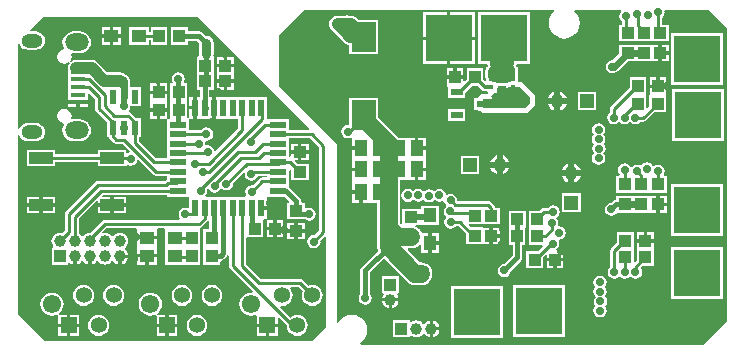
<source format=gtl>
G04*
G04 #@! TF.GenerationSoftware,Altium Limited,Altium Designer,18.1.9 (240)*
G04*
G04 Layer_Physical_Order=1*
G04 Layer_Color=255*
%FSLAX25Y25*%
%MOIN*%
G70*
G01*
G75*
%ADD12C,0.01575*%
%ADD16C,0.01000*%
%ADD17R,0.03937X0.04331*%
%ADD18R,0.04134X0.02362*%
%ADD19R,0.01693X0.01378*%
%ADD20R,0.04331X0.04921*%
%ADD21R,0.02598X0.01378*%
%ADD22R,0.08071X0.09843*%
%ADD23R,0.04331X0.05512*%
%ADD24R,0.04331X0.03937*%
%ADD25R,0.05807X0.02362*%
%ADD26R,0.02362X0.05807*%
%ADD27R,0.15748X0.15748*%
%ADD28R,0.05118X0.01772*%
%ADD29R,0.02362X0.04803*%
%ADD30R,0.04921X0.04331*%
%ADD31R,0.07874X0.03937*%
%ADD32R,0.07874X0.03937*%
%ADD61C,0.05906*%
%ADD62C,0.03937*%
%ADD63C,0.02362*%
%ADD64C,0.01968*%
%ADD65C,0.07874*%
%ADD66C,0.01181*%
%ADD67C,0.03150*%
%ADD68R,0.05347X0.05347*%
%ADD69C,0.05347*%
%ADD70C,0.06102*%
%ADD71R,0.04528X0.04528*%
%ADD72C,0.04528*%
%ADD73R,0.04528X0.04528*%
%ADD74O,0.07874X0.05709*%
%ADD75O,0.07087X0.04528*%
%ADD76C,0.03937*%
%ADD77R,0.03937X0.03937*%
%ADD78R,0.03937X0.03937*%
%ADD79C,0.02756*%
G36*
X239272Y108563D02*
Y11024D01*
X231299Y3051D01*
X117117D01*
X116947Y3551D01*
X117824Y4224D01*
X118644Y5293D01*
X119160Y6538D01*
X119335Y7874D01*
X119160Y9210D01*
X118644Y10455D01*
X117824Y11524D01*
X116754Y12345D01*
X115509Y12860D01*
X114173Y13036D01*
X112837Y12860D01*
X111592Y12345D01*
X110523Y11524D01*
X109703Y10455D01*
X109653Y10337D01*
X109153Y10436D01*
Y70079D01*
X89862Y89370D01*
Y106201D01*
X96161Y112500D01*
X98327Y114665D01*
X181626D01*
X181787Y114192D01*
X181389Y113886D01*
X180569Y112817D01*
X180053Y111572D01*
X179877Y110236D01*
X180053Y108900D01*
X180569Y107655D01*
X181389Y106586D01*
X182458Y105766D01*
X183703Y105250D01*
X185039Y105074D01*
X186375Y105250D01*
X187620Y105766D01*
X188690Y106586D01*
X189510Y107655D01*
X190026Y108900D01*
X190202Y110236D01*
X190026Y111572D01*
X189510Y112817D01*
X188690Y113886D01*
X188292Y114192D01*
X188452Y114665D01*
X203955D01*
X204107Y114165D01*
X203951Y114061D01*
X203472Y113345D01*
X203304Y112500D01*
X203472Y111655D01*
X203951Y110939D01*
X204199Y110773D01*
Y109744D01*
X203346D01*
Y104232D01*
X209252D01*
Y104232D01*
X213976D01*
Y104232D01*
X219882D01*
Y109744D01*
X217553D01*
Y112052D01*
X217801Y112218D01*
X218280Y112935D01*
X218448Y113779D01*
X218371Y114165D01*
X218781Y114665D01*
X233169D01*
X239272Y108563D01*
D02*
G37*
G36*
X75098Y100115D02*
X89173Y85925D01*
X100095Y75003D01*
X99904Y74541D01*
X93360D01*
Y78347D01*
X86475D01*
X85978Y78348D01*
X85976Y78846D01*
Y85730D01*
X68850D01*
Y82039D01*
Y78348D01*
X76396D01*
Y75103D01*
X68819Y67526D01*
X68276Y67690D01*
X68181Y68168D01*
X67703Y68884D01*
X66987Y69363D01*
X66142Y69531D01*
X65751Y69453D01*
X65325Y69878D01*
X65365Y70079D01*
X65260Y70608D01*
X65679Y71034D01*
X65748Y71021D01*
X66593Y71189D01*
X67309Y71667D01*
X67788Y72383D01*
X67956Y73228D01*
X67788Y74073D01*
X67309Y74790D01*
X66593Y75268D01*
X65748Y75436D01*
X64903Y75268D01*
X64187Y74790D01*
X64021Y74541D01*
X59990D01*
Y77849D01*
X59992Y78347D01*
X60489Y78348D01*
X61370D01*
Y81449D01*
X59992D01*
Y78846D01*
X59992Y78796D01*
X59491Y78556D01*
X59252Y78746D01*
Y83681D01*
X59252Y84181D01*
X59252D01*
Y84181D01*
X59252D01*
Y90087D01*
X58449D01*
X58214Y90528D01*
X58388Y90789D01*
X58556Y91634D01*
X58388Y92479D01*
X57910Y93195D01*
X57193Y93674D01*
X56348Y93842D01*
X55503Y93674D01*
X54787Y93195D01*
X54309Y92479D01*
X54141Y91634D01*
X54309Y90789D01*
X54444Y90587D01*
X54177Y90087D01*
X53740D01*
Y84181D01*
X53740D01*
Y84181D01*
X53740D01*
Y78347D01*
X53059D01*
X52608Y78347D01*
X52559Y78826D01*
Y80638D01*
X50394D01*
Y78276D01*
X52108D01*
X52559Y78276D01*
X52608Y77796D01*
Y74410D01*
Y71260D01*
Y68110D01*
Y65092D01*
X48938D01*
X43301Y70729D01*
Y72223D01*
X43957D01*
Y78600D01*
X42319D01*
X40660Y80259D01*
X40234Y80543D01*
X40014Y80587D01*
X39821Y81132D01*
X40158Y81635D01*
X40326Y82480D01*
X40373Y82537D01*
X43957D01*
Y88915D01*
X40255D01*
Y89803D01*
X40211Y90027D01*
X40280Y90551D01*
X40185Y91271D01*
X39907Y91941D01*
X39465Y92517D01*
X38973Y93009D01*
X38398Y93451D01*
X37727Y93728D01*
X37008Y93823D01*
X32746D01*
X29426Y97143D01*
X28850Y97584D01*
X28180Y97862D01*
X27461Y97957D01*
X22441D01*
X21722Y97862D01*
X21051Y97584D01*
X20675Y97296D01*
X20305Y97642D01*
X20591Y98070D01*
X20775Y98992D01*
X20626Y99742D01*
X20897Y100123D01*
X21004Y100196D01*
X21417Y100142D01*
X23583D01*
X24533Y100267D01*
X25419Y100634D01*
X26180Y101218D01*
X26764Y101978D01*
X27131Y102864D01*
X27256Y103815D01*
X27131Y104766D01*
X26764Y105651D01*
X26180Y106412D01*
X25419Y106996D01*
X24533Y107363D01*
X23583Y107488D01*
X21417D01*
X20467Y107363D01*
X19581Y106996D01*
X18820Y106412D01*
X18236Y105651D01*
X17869Y104766D01*
X17744Y103815D01*
X17869Y102864D01*
X18236Y101978D01*
X18310Y101883D01*
X18091Y101346D01*
X17445Y101217D01*
X16663Y100695D01*
X16141Y99914D01*
X15958Y98992D01*
X16141Y98070D01*
X16663Y97289D01*
X17445Y96767D01*
X18366Y96584D01*
X19288Y96767D01*
X19840Y97136D01*
X20186Y96766D01*
X20034Y96567D01*
X19756Y95897D01*
X19736Y95744D01*
X19547D01*
Y92398D01*
Y89839D01*
Y87279D01*
Y84720D01*
Y84425D01*
X22894D01*
X26240D01*
Y86649D01*
X26740Y86856D01*
X28609Y84988D01*
Y81693D01*
X28709Y81191D01*
X28993Y80765D01*
X32539Y77218D01*
Y72223D01*
X33239D01*
X33295Y71939D01*
X33580Y71513D01*
X34662Y70430D01*
X35088Y70146D01*
X35590Y70046D01*
X37744D01*
X40266Y67523D01*
X40102Y66981D01*
X39706Y66902D01*
X39476Y66748D01*
X38976Y67016D01*
Y68012D01*
X29528D01*
Y66568D01*
X15354D01*
Y68012D01*
X5906D01*
Y62500D01*
X15354D01*
Y63943D01*
X29528D01*
Y62500D01*
X38976D01*
Y62709D01*
X39476Y62976D01*
X39706Y62823D01*
X40551Y62654D01*
X41396Y62823D01*
X42112Y63301D01*
X42591Y64017D01*
X42669Y64413D01*
X43212Y64577D01*
X48088Y59702D01*
X48513Y59417D01*
X49016Y59317D01*
X52608D01*
Y58061D01*
X52360Y58012D01*
X51934Y57727D01*
X51720Y57513D01*
X29626D01*
X29124Y57414D01*
X28698Y57129D01*
X19052Y47483D01*
X18768Y47057D01*
X18668Y46555D01*
Y41134D01*
X17667Y40133D01*
X17590Y40165D01*
X16870Y40260D01*
X16151Y40165D01*
X15480Y39888D01*
X14905Y39446D01*
X14463Y38870D01*
X14185Y38200D01*
X14090Y37480D01*
X14185Y36761D01*
X14463Y36090D01*
X14735Y35736D01*
X14488Y35236D01*
X14114D01*
Y29724D01*
X19626D01*
Y30098D01*
X20126Y30345D01*
X20480Y30073D01*
X21151Y29795D01*
X21280Y29778D01*
Y32480D01*
X22461D01*
Y29778D01*
X22590Y29795D01*
X23260Y30073D01*
X23836Y30515D01*
X24060Y30808D01*
X24680D01*
X24905Y30515D01*
X25480Y30073D01*
X26151Y29795D01*
X26280Y29778D01*
Y32480D01*
X27461D01*
Y29778D01*
X27589Y29795D01*
X28260Y30073D01*
X28836Y30515D01*
X29060Y30808D01*
X29680D01*
X29905Y30515D01*
X30480Y30073D01*
X31151Y29795D01*
X31870Y29701D01*
X32590Y29795D01*
X33260Y30073D01*
X33836Y30515D01*
X34060Y30808D01*
X34680D01*
X34905Y30515D01*
X35480Y30073D01*
X36151Y29795D01*
X36279Y29778D01*
Y32480D01*
X36870D01*
Y33071D01*
X39572D01*
X39555Y33200D01*
X39277Y33870D01*
X38836Y34446D01*
X38543Y34671D01*
Y35290D01*
X38836Y35515D01*
X39277Y36090D01*
X39555Y36761D01*
X39650Y37480D01*
X39555Y38200D01*
X39277Y38870D01*
X38836Y39446D01*
X38260Y39888D01*
X37589Y40165D01*
X36870Y40260D01*
X36151Y40165D01*
X35480Y39888D01*
X34905Y39446D01*
X34680Y39153D01*
X34060D01*
X33836Y39446D01*
X33260Y39888D01*
X32590Y40165D01*
X31870Y40260D01*
X31222Y40175D01*
X31088Y40324D01*
X30968Y40627D01*
X32335Y41995D01*
X42259D01*
X42618Y41654D01*
X42618Y41495D01*
Y39291D01*
X45866D01*
X49114D01*
Y41495D01*
X49114Y41654D01*
X49473Y41995D01*
X51511D01*
X51870Y41654D01*
X51870Y41495D01*
Y36130D01*
X51870Y35748D01*
X51870Y35248D01*
Y29724D01*
X63583D01*
Y35130D01*
X63583Y35630D01*
X63583Y36130D01*
Y41524D01*
X63583Y41535D01*
X63586Y42034D01*
X63888Y42094D01*
X64314Y42379D01*
X66038Y44103D01*
X66154Y44277D01*
X66654Y44125D01*
Y41535D01*
X64764D01*
Y36130D01*
X64764Y35630D01*
X64764D01*
Y35630D01*
X64764D01*
Y29724D01*
X70276D01*
Y30647D01*
X70473Y31071D01*
X71087Y31194D01*
X71608Y31542D01*
X72545Y32479D01*
X72545Y32479D01*
X72746Y32781D01*
X73246Y32629D01*
Y29378D01*
X73346Y28876D01*
X73631Y28450D01*
X81263Y20818D01*
X81029Y20344D01*
X80551Y20407D01*
X79549Y20275D01*
X78615Y19888D01*
X77814Y19273D01*
X77198Y18471D01*
X76811Y17537D01*
X76679Y16535D01*
X76811Y15533D01*
X77198Y14600D01*
X77814Y13798D01*
X78615Y13182D01*
X79549Y12796D01*
X80551Y12664D01*
X81553Y12796D01*
X82159Y13047D01*
X82602Y12689D01*
Y10039D01*
X89524D01*
Y11904D01*
X89986Y12095D01*
X92579Y9501D01*
X92572Y9449D01*
X92691Y8545D01*
X93040Y7704D01*
X93595Y6981D01*
X94318Y6426D01*
X95160Y6077D01*
X96063Y5958D01*
X96966Y6077D01*
X97808Y6426D01*
X98531Y6981D01*
X99086Y7704D01*
X99435Y8545D01*
X99554Y9449D01*
X99435Y10352D01*
X99086Y11194D01*
X98531Y11917D01*
X97808Y12472D01*
X96966Y12820D01*
X96063Y12939D01*
X95160Y12820D01*
X94318Y12472D01*
X93754Y12039D01*
X90230Y15564D01*
X90463Y16037D01*
X91063Y15958D01*
X91966Y16077D01*
X92808Y16426D01*
X93531Y16981D01*
X94086Y17704D01*
X94434Y18545D01*
X94554Y19449D01*
X94434Y20352D01*
X94086Y21194D01*
X93614Y21809D01*
X93775Y22309D01*
X96346D01*
X97871Y20785D01*
X97691Y20352D01*
X97572Y19449D01*
X97691Y18545D01*
X98040Y17704D01*
X98595Y16981D01*
X99318Y16426D01*
X100160Y16077D01*
X101063Y15958D01*
X101966Y16077D01*
X102808Y16426D01*
X103531Y16981D01*
X104086Y17704D01*
X104435Y18545D01*
X104553Y19449D01*
X104435Y20352D01*
X104086Y21194D01*
X103531Y21917D01*
X102808Y22472D01*
X101966Y22820D01*
X101063Y22939D01*
X100160Y22820D01*
X99727Y22641D01*
X97818Y24550D01*
X97392Y24835D01*
X96890Y24935D01*
X83847D01*
X79021Y29761D01*
Y38326D01*
X79134Y38780D01*
X84646D01*
Y44685D01*
X85024Y44978D01*
X85448D01*
X85489Y44947D01*
X85827Y44685D01*
X85827Y44478D01*
X85827Y44462D01*
Y42323D01*
X87992D01*
Y44685D01*
X86355D01*
X86314Y44717D01*
X85976Y44978D01*
X85976Y45185D01*
X85976Y45202D01*
Y48079D01*
X84008D01*
Y49260D01*
X85976D01*
Y51863D01*
X85978Y52360D01*
X86475Y52362D01*
X91824D01*
X93330Y50856D01*
X93139Y50394D01*
X92716D01*
Y44882D01*
X96695D01*
X96850Y44851D01*
X98506D01*
X99155Y44417D01*
X100000Y44249D01*
X100845Y44417D01*
X101561Y44896D01*
X102040Y45612D01*
X102208Y46457D01*
X102040Y47302D01*
X101561Y48018D01*
X100845Y48496D01*
X100000Y48665D01*
X99155Y48496D01*
X99063Y48435D01*
X98622Y48671D01*
Y50394D01*
X97567D01*
X97275Y50787D01*
X97153Y51402D01*
X96805Y51923D01*
X96805Y51923D01*
X93360Y55367D01*
Y58661D01*
Y60996D01*
X93860Y61263D01*
X93898Y61238D01*
Y57874D01*
X99803D01*
Y63386D01*
X95951D01*
X95232Y64105D01*
X95423Y64567D01*
X96260D01*
Y66732D01*
X93898D01*
Y65750D01*
X93398Y65419D01*
X93360Y65435D01*
Y68110D01*
Y71916D01*
X100244D01*
X103412Y68748D01*
Y41095D01*
X101868Y39551D01*
X101575Y39609D01*
X100730Y39441D01*
X100014Y38963D01*
X99535Y38247D01*
X99367Y37402D01*
X99535Y36557D01*
X100014Y35840D01*
X100730Y35362D01*
X101575Y35194D01*
X102420Y35362D01*
X103136Y35840D01*
X103614Y36557D01*
X103783Y37402D01*
X103724Y37695D01*
X105050Y39020D01*
X105512Y38829D01*
Y8957D01*
X100886Y4331D01*
X11811D01*
X2854Y13287D01*
X2854Y72836D01*
X3354Y72935D01*
X3595Y72355D01*
X4084Y71718D01*
X4721Y71228D01*
X5463Y70921D01*
X6260Y70816D01*
X8819D01*
X9615Y70921D01*
X10358Y71228D01*
X10995Y71718D01*
X11484Y72355D01*
X11791Y73097D01*
X11896Y73894D01*
X11791Y74690D01*
X11484Y75432D01*
X10995Y76070D01*
X10358Y76559D01*
X9615Y76866D01*
X8819Y76971D01*
X6260D01*
X5463Y76866D01*
X4721Y76559D01*
X4084Y76070D01*
X3595Y75432D01*
X3354Y74852D01*
X2854Y74952D01*
Y103348D01*
X3354Y103447D01*
X3595Y102867D01*
X4084Y102229D01*
X4721Y101740D01*
X5463Y101433D01*
X6260Y101328D01*
X8819D01*
X9615Y101433D01*
X10358Y101740D01*
X10995Y102229D01*
X11484Y102867D01*
X11791Y103609D01*
X11896Y104405D01*
X11791Y105202D01*
X11484Y105944D01*
X10995Y106582D01*
X10358Y107071D01*
X9615Y107378D01*
X8819Y107483D01*
X7250D01*
X7059Y107945D01*
X11417Y112303D01*
X62911Y112303D01*
X75098Y100115D01*
D02*
G37*
G36*
X78587Y60276D02*
X78501Y59842D01*
X78669Y58998D01*
X79147Y58281D01*
X79864Y57803D01*
X80709Y57635D01*
X81554Y57803D01*
X82270Y58281D01*
X82748Y58998D01*
X82812Y59317D01*
X85978D01*
Y58793D01*
X84336D01*
X83833Y58693D01*
X83408Y58408D01*
X81151Y56152D01*
X80858Y56211D01*
X80013Y56042D01*
X79297Y55564D01*
X78819Y54848D01*
X78650Y54003D01*
X78819Y53158D01*
X79018Y52860D01*
X78750Y52360D01*
X65560D01*
X65401Y52860D01*
X65819Y53486D01*
X65987Y54331D01*
X65897Y54784D01*
X66019Y54895D01*
X66031Y54899D01*
X66646Y54788D01*
X66943Y54344D01*
X67659Y53866D01*
X68504Y53698D01*
X69349Y53866D01*
X70065Y54344D01*
X70435Y54898D01*
X70718Y55047D01*
X71046Y55021D01*
X71596Y54653D01*
X72441Y54485D01*
X73286Y54653D01*
X74002Y55132D01*
X74481Y55848D01*
X74649Y56693D01*
X74590Y56986D01*
X78126Y60522D01*
X78587Y60276D01*
D02*
G37*
G36*
X52608Y52362D02*
X59493D01*
X59990Y52360D01*
X59992Y51863D01*
Y48767D01*
X59582Y48485D01*
X59492Y48499D01*
X58661Y48665D01*
X57816Y48496D01*
X57100Y48018D01*
X56622Y47302D01*
X56454Y46457D01*
X56622Y45612D01*
X56950Y45120D01*
X56683Y44620D01*
X31791D01*
X31289Y44520D01*
X30863Y44235D01*
X26886Y40258D01*
X26870Y40260D01*
X26151Y40165D01*
X25480Y39888D01*
X24905Y39446D01*
X24680Y39153D01*
X24060D01*
X23836Y39446D01*
X23260Y39888D01*
X23183Y39920D01*
Y45126D01*
X29066Y51008D01*
X29528Y50817D01*
Y50098D01*
X33661D01*
Y52264D01*
X31134D01*
X30923Y52743D01*
X31144Y53018D01*
X52608D01*
Y52362D01*
D02*
G37*
%LPC*%
G36*
X155118Y113779D02*
X147047D01*
Y105709D01*
X155118D01*
Y113779D01*
D02*
G37*
G36*
X145866D02*
X137795D01*
Y105709D01*
X145866D01*
Y113779D01*
D02*
G37*
G36*
X219882Y103051D02*
X217520D01*
Y100886D01*
X219882D01*
Y103051D01*
D02*
G37*
G36*
X112598Y112838D02*
X111753Y112670D01*
X111682Y112622D01*
X109449D01*
X108729Y112528D01*
X108059Y112250D01*
X107483Y111808D01*
X107042Y111232D01*
X106764Y110562D01*
X106669Y109843D01*
X106764Y109123D01*
X107042Y108453D01*
X107483Y107877D01*
X109845Y105515D01*
X111676Y103684D01*
X112252Y103242D01*
X112922Y102965D01*
X113287Y102917D01*
Y99941D01*
X122933D01*
Y111358D01*
X116333D01*
X115883Y111808D01*
X115307Y112250D01*
X114637Y112528D01*
X113917Y112622D01*
X113514D01*
X113443Y112670D01*
X112598Y112838D01*
D02*
G37*
G36*
X219882Y99705D02*
X217520D01*
Y97539D01*
X219882D01*
Y99705D01*
D02*
G37*
G36*
X214681Y103051D02*
X208776D01*
Y103051D01*
X203346D01*
Y100181D01*
X201033Y97867D01*
X200238Y97709D01*
X199522Y97230D01*
X199043Y96514D01*
X198875Y95669D01*
X199043Y94824D01*
X199522Y94108D01*
X200238Y93630D01*
X201083Y93462D01*
X201928Y93630D01*
X202105Y93748D01*
X202441Y93815D01*
X203093Y94250D01*
X206382Y97539D01*
X209252D01*
Y97539D01*
X213976D01*
Y97539D01*
X216339D01*
Y100295D01*
Y103051D01*
X214681D01*
Y103051D01*
D02*
G37*
G36*
X155118Y104528D02*
X147047D01*
Y96457D01*
X155118D01*
Y104528D01*
D02*
G37*
G36*
X145866D02*
X137795D01*
Y96457D01*
X145866D01*
Y104528D01*
D02*
G37*
G36*
X151378Y95177D02*
X149213D01*
Y92815D01*
X151378D01*
Y95177D01*
D02*
G37*
G36*
X148031D02*
X145866D01*
Y92815D01*
X148031D01*
Y95177D01*
D02*
G37*
G36*
X173622Y113779D02*
X156299D01*
Y96457D01*
X159279D01*
X159446Y96189D01*
X159501Y95957D01*
X159205Y95571D01*
X158996D01*
Y95174D01*
X158831Y94775D01*
X158736Y94055D01*
Y92421D01*
X158831Y91702D01*
X158996Y91303D01*
Y91184D01*
X158534Y90992D01*
X158071Y91455D01*
Y95177D01*
X152559D01*
Y91455D01*
X151840Y90736D01*
X151378Y90928D01*
Y91634D01*
X148622D01*
X145866D01*
Y89272D01*
X146260Y89075D01*
Y85138D01*
X151969D01*
Y86891D01*
X154349Y89272D01*
X156281D01*
X157570Y87983D01*
X158025Y87678D01*
X158563Y87571D01*
X158996D01*
Y87500D01*
X159301D01*
X159467Y87000D01*
X159186Y86579D01*
X159180Y86547D01*
X157776D01*
X157161Y86424D01*
X156640Y86076D01*
X156292Y85555D01*
X156248Y85335D01*
X154921D01*
Y81398D01*
X156248D01*
X156292Y81177D01*
X156640Y80656D01*
X157161Y80308D01*
X157776Y80186D01*
X160842D01*
X160843Y80186D01*
X171949Y80186D01*
X171949Y80186D01*
X172563Y80308D01*
X173084Y80656D01*
X173084Y80656D01*
X174856Y82428D01*
X175204Y82948D01*
X175326Y83563D01*
X175326Y83563D01*
Y85532D01*
X175204Y86146D01*
X174856Y86667D01*
X174856Y86667D01*
X171436Y90087D01*
X170915Y90435D01*
X170300Y90557D01*
X170104Y90518D01*
X169626Y90805D01*
Y95571D01*
X169246D01*
X168984Y95973D01*
X169121Y96457D01*
X173622D01*
Y113779D01*
D02*
G37*
G36*
X219094Y92106D02*
X216929D01*
Y89744D01*
X219094D01*
Y92106D01*
D02*
G37*
G36*
X215748D02*
X213583D01*
Y89744D01*
X215748D01*
Y92106D01*
D02*
G37*
G36*
X237819Y106988D02*
X220496D01*
Y89665D01*
X237819D01*
Y106988D01*
D02*
G37*
G36*
X183661Y87377D02*
Y85236D01*
X185802D01*
X185528Y85898D01*
X185005Y86580D01*
X184323Y87103D01*
X183661Y87377D01*
D02*
G37*
G36*
X181693Y87377D02*
X181031Y87103D01*
X180349Y86580D01*
X179826Y85898D01*
X179552Y85236D01*
X181693D01*
Y87377D01*
D02*
G37*
G36*
X195571Y87303D02*
X189469D01*
Y81201D01*
X195571D01*
Y87303D01*
D02*
G37*
G36*
X181693Y83268D02*
X179552D01*
X179826Y82606D01*
X180349Y81924D01*
X181031Y81401D01*
X181693Y81127D01*
Y83268D01*
D02*
G37*
G36*
X185802D02*
X183661D01*
Y81127D01*
X184323Y81401D01*
X185005Y81924D01*
X185528Y82606D01*
X185802Y83268D01*
D02*
G37*
G36*
X151969Y81595D02*
X146260D01*
Y77658D01*
X151969D01*
Y81595D01*
D02*
G37*
G36*
X212402Y92106D02*
X206890D01*
Y88667D01*
X200647Y82424D01*
X200362Y81998D01*
X200262Y81496D01*
Y80369D01*
X200014Y80203D01*
X199535Y79487D01*
X199367Y78642D01*
X199535Y77797D01*
X200014Y77081D01*
X200730Y76602D01*
X201575Y76434D01*
X202420Y76602D01*
X203136Y77081D01*
X203557D01*
X204273Y76602D01*
X205118Y76434D01*
X205963Y76602D01*
X206679Y77081D01*
X207100D01*
X207817Y76602D01*
X208661Y76434D01*
X209506Y76602D01*
X210223Y77081D01*
X210389Y77329D01*
X211417D01*
X211920Y77429D01*
X212346Y77714D01*
X215045Y80413D01*
X218898D01*
Y86201D01*
X219094D01*
Y88563D01*
X216339D01*
X213583D01*
Y86319D01*
X213386D01*
Y82467D01*
X212667Y81747D01*
X212205Y81939D01*
Y86201D01*
X212402D01*
Y92106D01*
D02*
G37*
G36*
X238189Y88189D02*
X220866D01*
Y70866D01*
X238189D01*
Y88189D01*
D02*
G37*
G36*
X136417Y72047D02*
Y69095D01*
X138779D01*
Y72047D01*
X136417D01*
D02*
G37*
G36*
X164469Y66117D02*
Y63976D01*
X166609D01*
X166335Y64638D01*
X165812Y65320D01*
X165130Y65843D01*
X164469Y66117D01*
D02*
G37*
G36*
X162500D02*
X161838Y65843D01*
X161156Y65320D01*
X160633Y64638D01*
X160359Y63976D01*
X162500D01*
Y66117D01*
D02*
G37*
G36*
X196457Y76912D02*
X195612Y76744D01*
X194896Y76266D01*
X194417Y75550D01*
X194249Y74705D01*
X194417Y73860D01*
X194896Y73144D01*
Y73116D01*
X194417Y72400D01*
X194249Y71555D01*
X194417Y70710D01*
X194896Y69994D01*
X195001Y69924D01*
X194551Y69250D01*
X194383Y68405D01*
X194551Y67561D01*
X195001Y66887D01*
X194896Y66817D01*
X194417Y66101D01*
X194249Y65256D01*
X194417Y64411D01*
X194896Y63695D01*
X195612Y63216D01*
X196457Y63048D01*
X197302Y63216D01*
X198018Y63695D01*
X198496Y64411D01*
X198664Y65256D01*
X198496Y66101D01*
X198047Y66774D01*
X198152Y66844D01*
X198630Y67561D01*
X198798Y68405D01*
X198630Y69250D01*
X198152Y69967D01*
X198047Y70037D01*
X198496Y70710D01*
X198664Y71555D01*
X198496Y72400D01*
X198018Y73116D01*
Y73144D01*
X198496Y73860D01*
X198664Y74705D01*
X198496Y75550D01*
X198018Y76266D01*
X197302Y76744D01*
X196457Y76912D01*
D02*
G37*
G36*
X212614Y63822D02*
X211769Y63654D01*
X211053Y63175D01*
X210585Y62475D01*
X209998Y62866D01*
X209154Y63034D01*
X208309Y62866D01*
X207592Y62388D01*
X207568Y62351D01*
X206967D01*
X206679Y62782D01*
X205963Y63260D01*
X205118Y63428D01*
X204273Y63260D01*
X203557Y62782D01*
X203078Y62065D01*
X202910Y61221D01*
X203078Y60376D01*
X203495Y59752D01*
X203388Y59416D01*
X203274Y59252D01*
X202264D01*
Y53740D01*
X213287D01*
Y53740D01*
X219193D01*
Y59252D01*
X218393D01*
X218126Y59752D01*
X218280Y59982D01*
X218448Y60827D01*
X218280Y61672D01*
X217801Y62388D01*
X217085Y62866D01*
X216240Y63034D01*
X215395Y62866D01*
X215079Y62655D01*
X214654Y62459D01*
X214438Y62782D01*
X214175Y63175D01*
X213459Y63654D01*
X212614Y63822D01*
D02*
G37*
G36*
X188386Y63361D02*
Y61221D01*
X190527D01*
X190252Y61882D01*
X189729Y62564D01*
X189048Y63087D01*
X188386Y63361D01*
D02*
G37*
G36*
X186417Y63361D02*
X185756Y63087D01*
X185074Y62564D01*
X184551Y61882D01*
X184277Y61221D01*
X186417D01*
Y63361D01*
D02*
G37*
G36*
X156693Y66043D02*
X150591D01*
Y59941D01*
X156693D01*
Y66043D01*
D02*
G37*
G36*
X166609Y62008D02*
X164469D01*
Y59867D01*
X165130Y60141D01*
X165812Y60664D01*
X166335Y61346D01*
X166609Y62008D01*
D02*
G37*
G36*
X162500D02*
X160359D01*
X160633Y61346D01*
X161156Y60664D01*
X161838Y60141D01*
X162500Y59867D01*
Y62008D01*
D02*
G37*
G36*
X138779Y60827D02*
X136417D01*
Y57874D01*
X138779D01*
Y60827D01*
D02*
G37*
G36*
X122933Y85374D02*
X113287D01*
Y76581D01*
X112922Y76281D01*
X112077Y76113D01*
X111361Y75634D01*
X110883Y74918D01*
X110714Y74073D01*
X110883Y73228D01*
X111361Y72512D01*
X112077Y72034D01*
X112922Y71865D01*
X113767Y72034D01*
X113902Y72123D01*
X114370Y71835D01*
X114370Y71679D01*
Y69095D01*
X117323D01*
Y67913D01*
X114370D01*
Y65461D01*
X114370Y64961D01*
X114370Y64461D01*
Y62008D01*
X117323D01*
Y60827D01*
X114370D01*
Y57980D01*
X114370Y57874D01*
Y57480D01*
X114370Y57374D01*
Y54527D01*
X117323D01*
Y53937D01*
X117913D01*
Y50394D01*
X119776D01*
X120276Y50394D01*
X120776Y50394D01*
X122704D01*
Y41831D01*
Y35630D01*
X122833Y34654D01*
X122949Y34373D01*
X117565Y28990D01*
X117217Y28469D01*
X117095Y27854D01*
X117095Y27854D01*
Y19998D01*
X116661Y19349D01*
X116493Y18504D01*
X116661Y17659D01*
X117140Y16943D01*
X117856Y16464D01*
X118701Y16296D01*
X119546Y16464D01*
X120262Y16943D01*
X120740Y17659D01*
X120909Y18504D01*
X120740Y19349D01*
X120306Y19998D01*
Y27189D01*
X124944Y31827D01*
X132766Y24006D01*
X133547Y23406D01*
X134457Y23029D01*
X135433Y22901D01*
X137303D01*
X138279Y23029D01*
X139189Y23406D01*
X139971Y24006D01*
X140570Y24787D01*
X140947Y25697D01*
X141076Y26673D01*
X140947Y27650D01*
X140876Y27821D01*
X140721Y28601D01*
X140242Y29317D01*
X139526Y29796D01*
X139326Y29835D01*
X139189Y29940D01*
X138279Y30317D01*
X137303Y30446D01*
X136996D01*
X132798Y34644D01*
X132989Y35105D01*
X133957D01*
X134933Y35234D01*
X135843Y35611D01*
X136433Y36064D01*
X136909Y36122D01*
Y36122D01*
X137402Y36103D01*
Y33661D01*
X139764D01*
Y36909D01*
Y40157D01*
X137475D01*
X137224Y40764D01*
X136909Y41174D01*
Y41634D01*
X136509D01*
X135843Y42145D01*
X135433Y42315D01*
X135532Y42815D01*
X136909D01*
Y42894D01*
X137402Y42913D01*
Y42913D01*
X143307D01*
Y49409D01*
X137402D01*
Y48346D01*
X136909Y48327D01*
Y48327D01*
X131004D01*
Y43558D01*
X130508Y43335D01*
X130249Y43536D01*
Y53937D01*
Y57874D01*
X132874Y57874D01*
X133374Y57874D01*
X135236D01*
Y61417D01*
X135827D01*
Y62008D01*
X138779D01*
Y64461D01*
X138779Y64961D01*
X138779Y65461D01*
Y67913D01*
X135827D01*
Y68504D01*
X135236D01*
Y72047D01*
X133374D01*
X132874Y72047D01*
X132374Y72047D01*
X129605D01*
X129144Y72648D01*
X122933Y78859D01*
Y85374D01*
D02*
G37*
G36*
X186417Y59252D02*
X184277D01*
X184551Y58590D01*
X185074Y57908D01*
X185756Y57385D01*
X186417Y57111D01*
Y59252D01*
D02*
G37*
G36*
X190527D02*
X188386D01*
Y57111D01*
X189048Y57385D01*
X189729Y57908D01*
X190252Y58590D01*
X190527Y59252D01*
D02*
G37*
G36*
X143405Y55019D02*
X142561Y54851D01*
X141844Y54372D01*
X141742Y54219D01*
X141502D01*
X140786Y54697D01*
X139941Y54865D01*
X139096Y54697D01*
X138532Y54320D01*
X137978Y54372D01*
X137262Y54851D01*
X136417Y55019D01*
X135572Y54851D01*
X135023Y54484D01*
X134534Y54317D01*
X133817Y54796D01*
X132972Y54964D01*
X132128Y54796D01*
X131411Y54317D01*
X130933Y53601D01*
X130765Y52756D01*
X130933Y51911D01*
X131411Y51195D01*
X132128Y50716D01*
X132972Y50548D01*
X133817Y50716D01*
X134366Y51083D01*
X134856Y51250D01*
X135572Y50771D01*
X136417Y50603D01*
X137262Y50771D01*
X137826Y51148D01*
X138380Y51096D01*
X139096Y50618D01*
X139941Y50450D01*
X140786Y50618D01*
X141502Y51096D01*
X141605Y51250D01*
X141844D01*
X142561Y50771D01*
X143405Y50603D01*
X144250Y50771D01*
X144503Y50940D01*
X145059Y50710D01*
X145133Y50336D01*
X145579Y49669D01*
X145635Y49496D01*
Y49105D01*
X145493Y49010D01*
X145015Y48294D01*
X144847Y47449D01*
X145015Y46604D01*
X145440Y45967D01*
X145491Y45800D01*
X145478Y45297D01*
X145113Y44751D01*
X144945Y43906D01*
X145113Y43061D01*
X145592Y42345D01*
X146308Y41866D01*
X147153Y41698D01*
X147998Y41866D01*
X148714Y42345D01*
X148880Y42593D01*
X149661D01*
X152165Y40089D01*
Y36614D01*
X157677D01*
Y36417D01*
X160039D01*
Y39173D01*
Y41929D01*
X158071D01*
Y42126D01*
X153841D01*
X153122Y42845D01*
X153313Y43307D01*
X157677D01*
Y43110D01*
X163583D01*
Y48622D01*
X161923D01*
X161843Y49026D01*
X161558Y49452D01*
X160475Y50534D01*
X160050Y50819D01*
X159547Y50919D01*
X149596D01*
X149381Y51181D01*
X149213Y52026D01*
X148734Y52742D01*
X148018Y53221D01*
X147173Y53389D01*
X146328Y53221D01*
X146075Y53052D01*
X145520Y53282D01*
X145445Y53656D01*
X144967Y54372D01*
X144250Y54851D01*
X143405Y55019D01*
D02*
G37*
G36*
X116732Y53346D02*
X114370D01*
Y50394D01*
X116732D01*
Y53346D01*
D02*
G37*
G36*
X219193Y52559D02*
X216831D01*
Y50394D01*
X219193D01*
Y52559D01*
D02*
G37*
G36*
X190453Y53445D02*
X184350D01*
Y47343D01*
X190453D01*
Y53445D01*
D02*
G37*
G36*
X219193Y49213D02*
X216831D01*
Y47047D01*
X219193D01*
Y49213D01*
D02*
G37*
G36*
X213681Y52559D02*
X202264D01*
Y51389D01*
X201748Y51287D01*
X201227Y50938D01*
X201227Y50938D01*
X200610Y50322D01*
X199844Y50170D01*
X199128Y49691D01*
X198649Y48975D01*
X198481Y48130D01*
X198649Y47285D01*
X199128Y46569D01*
X199844Y46090D01*
X200689Y45922D01*
X201534Y46090D01*
X202250Y46569D01*
X202570Y47047D01*
X213287D01*
Y47047D01*
X215650D01*
Y49803D01*
Y52559D01*
X213681D01*
Y52559D01*
D02*
G37*
G36*
X163583Y41929D02*
X161221D01*
Y39764D01*
X163583D01*
Y41929D01*
D02*
G37*
G36*
X237795Y56595D02*
X220472D01*
Y39272D01*
X237795D01*
Y56595D01*
D02*
G37*
G36*
X214862Y40551D02*
X212697D01*
Y38189D01*
X214862D01*
Y40551D01*
D02*
G37*
G36*
X211516D02*
X209350D01*
Y38189D01*
X211516D01*
Y40551D01*
D02*
G37*
G36*
X143307Y40157D02*
X140945D01*
Y37500D01*
X143307D01*
Y40157D01*
D02*
G37*
G36*
X163583Y38583D02*
X161221D01*
Y36417D01*
X163583D01*
Y38583D01*
D02*
G37*
G36*
X143307Y36319D02*
X140945D01*
Y33661D01*
X143307D01*
Y36319D01*
D02*
G37*
G36*
X181398Y49452D02*
X180553Y49284D01*
X179836Y48805D01*
X179671Y48557D01*
X178347D01*
X177844Y48457D01*
X177418Y48172D01*
X176982Y47736D01*
X173327D01*
Y42224D01*
X173228D01*
Y36319D01*
X177609D01*
X177800Y35857D01*
X176293Y34350D01*
X172441D01*
Y28445D01*
X177953D01*
Y32297D01*
X178672Y33016D01*
X179134Y32825D01*
Y31988D01*
X181890D01*
X184646D01*
Y34350D01*
X182463D01*
X182311Y34850D01*
X182762Y35151D01*
X183240Y35868D01*
X183409Y36713D01*
X183240Y37558D01*
X183221Y37586D01*
X183485Y38091D01*
X184113Y38216D01*
X184829Y38695D01*
X185307Y39411D01*
X185476Y40256D01*
X185307Y41101D01*
X184829Y41817D01*
X184113Y42296D01*
X183268Y42464D01*
X183098Y42430D01*
X182820Y42846D01*
X182827Y42856D01*
X182995Y43701D01*
X182827Y44546D01*
X182349Y45262D01*
Y45275D01*
X182959Y45683D01*
X183437Y46399D01*
X183605Y47244D01*
X183437Y48089D01*
X182959Y48805D01*
X182243Y49284D01*
X181398Y49452D01*
D02*
G37*
G36*
X184646Y30807D02*
X182480D01*
Y28445D01*
X184646D01*
Y30807D01*
D02*
G37*
G36*
X181299D02*
X179134D01*
Y28445D01*
X181299D01*
Y30807D01*
D02*
G37*
G36*
X172146Y47736D02*
X166634D01*
Y42224D01*
X166535D01*
Y36319D01*
X167784D01*
Y32752D01*
X164980Y29948D01*
X164214Y29796D01*
X163498Y29317D01*
X163019Y28601D01*
X162851Y27756D01*
X163019Y26911D01*
X163498Y26195D01*
X164214Y25716D01*
X165059Y25548D01*
X165904Y25716D01*
X166620Y26195D01*
X167099Y26911D01*
X167251Y27677D01*
X170525Y30951D01*
X170525Y30951D01*
X170873Y31472D01*
X170995Y32087D01*
Y36319D01*
X172047D01*
Y41831D01*
X172146D01*
Y47736D01*
D02*
G37*
G36*
X208169Y40551D02*
X202658D01*
Y37141D01*
X200745Y35229D01*
X200461Y34803D01*
X200361Y34301D01*
Y28940D01*
X200112Y28774D01*
X199634Y28058D01*
X199466Y27213D01*
X199634Y26368D01*
X200112Y25651D01*
X200828Y25173D01*
X201673Y25005D01*
X202518Y25173D01*
X203234Y25651D01*
X203655D01*
X204372Y25173D01*
X205217Y25005D01*
X206061Y25173D01*
X206778Y25651D01*
X207199D01*
X207915Y25173D01*
X208760Y25005D01*
X209605Y25173D01*
X210321Y25651D01*
X210800Y26368D01*
X210968Y27213D01*
X210800Y28058D01*
X210453Y28577D01*
X211010Y29134D01*
X214862D01*
Y34646D01*
Y37008D01*
X212106D01*
X209350D01*
Y34646D01*
Y31187D01*
X208631Y30468D01*
X208169Y30659D01*
Y34646D01*
Y40551D01*
D02*
G37*
G36*
X129823Y25768D02*
X124311D01*
Y20256D01*
X124685D01*
X124932Y19756D01*
X124660Y19402D01*
X124382Y18731D01*
X124365Y18602D01*
X127067D01*
X129769D01*
X129752Y18731D01*
X129474Y19402D01*
X129202Y19756D01*
X129449Y20256D01*
X129823D01*
Y25768D01*
D02*
G37*
G36*
X237894Y35433D02*
X220571D01*
Y18110D01*
X237894D01*
Y35433D01*
D02*
G37*
G36*
X126476Y17421D02*
X124365D01*
X124382Y17292D01*
X124660Y16622D01*
X125101Y16046D01*
X125677Y15605D01*
X126347Y15327D01*
X126476Y15310D01*
Y17421D01*
D02*
G37*
G36*
X129769D02*
X127657D01*
Y15310D01*
X127786Y15327D01*
X128457Y15605D01*
X129033Y16046D01*
X129474Y16622D01*
X129752Y17292D01*
X129769Y17421D01*
D02*
G37*
G36*
X196949Y26027D02*
X196104Y25859D01*
X195388Y25380D01*
X194909Y24664D01*
X194741Y23819D01*
X194909Y22974D01*
X195388Y22258D01*
Y22230D01*
X194909Y21514D01*
X194741Y20669D01*
X194909Y19824D01*
X195388Y19108D01*
X195493Y19038D01*
X195043Y18365D01*
X194875Y17520D01*
X195043Y16675D01*
X195493Y16002D01*
X195388Y15931D01*
X194909Y15215D01*
X194741Y14370D01*
X194909Y13525D01*
X195388Y12809D01*
X196104Y12330D01*
X196949Y12162D01*
X197794Y12330D01*
X198510Y12809D01*
X198988Y13525D01*
X199157Y14370D01*
X198988Y15215D01*
X198539Y15888D01*
X198644Y15958D01*
X199122Y16675D01*
X199291Y17520D01*
X199122Y18365D01*
X198644Y19081D01*
X198539Y19151D01*
X198988Y19824D01*
X199157Y20669D01*
X198988Y21514D01*
X198510Y22230D01*
Y22258D01*
X198988Y22974D01*
X199157Y23819D01*
X198988Y24664D01*
X198510Y25380D01*
X197794Y25859D01*
X196949Y26027D01*
D02*
G37*
G36*
X135728Y11146D02*
X135009Y11051D01*
X134338Y10773D01*
X133984Y10502D01*
X133484Y10748D01*
Y11122D01*
X127972D01*
Y5610D01*
X133484D01*
Y5984D01*
X133984Y6231D01*
X134338Y5959D01*
X135009Y5681D01*
X135728Y5587D01*
X136448Y5681D01*
X137118Y5959D01*
X137694Y6401D01*
X137919Y6694D01*
X138538D01*
X138763Y6401D01*
X139339Y5959D01*
X140009Y5681D01*
X140138Y5664D01*
Y8366D01*
Y11068D01*
X140009Y11051D01*
X139339Y10773D01*
X138763Y10332D01*
X138538Y10039D01*
X137919D01*
X137694Y10332D01*
X137118Y10773D01*
X136448Y11051D01*
X135728Y11146D01*
D02*
G37*
G36*
X141319Y11068D02*
Y8957D01*
X143430D01*
X143413Y9086D01*
X143136Y9756D01*
X142694Y10332D01*
X142118Y10773D01*
X141448Y11051D01*
X141319Y11068D01*
D02*
G37*
G36*
X143430Y7776D02*
X141319D01*
Y5664D01*
X141448Y5681D01*
X142118Y5959D01*
X142694Y6401D01*
X143136Y6976D01*
X143413Y7647D01*
X143430Y7776D01*
D02*
G37*
G36*
X185409Y22835D02*
X168087D01*
Y5512D01*
X185409D01*
Y22835D01*
D02*
G37*
G36*
X164469Y22638D02*
X147146D01*
Y5315D01*
X164469D01*
Y22638D01*
D02*
G37*
%LPD*%
G36*
X169567Y87287D02*
X169839D01*
Y88760D01*
X170300Y88951D01*
X173721Y85532D01*
Y83563D01*
X171949Y81791D01*
X160843Y81791D01*
Y81791D01*
X157776D01*
Y84941D01*
X160843D01*
Y85547D01*
X160843D01*
X160670Y85965D01*
X161650Y86945D01*
X162012Y86795D01*
Y86795D01*
X162736D01*
Y88484D01*
X165886D01*
Y86795D01*
X166417D01*
Y88976D01*
X169567D01*
Y87287D01*
D02*
G37*
%LPC*%
G36*
X52756Y108858D02*
X47244D01*
Y107218D01*
X46555D01*
Y108858D01*
X40059D01*
Y102953D01*
X46555D01*
Y104593D01*
X47244D01*
Y102953D01*
X52756D01*
Y108858D01*
D02*
G37*
G36*
X37303D02*
X34646D01*
Y106496D01*
X37303D01*
Y108858D01*
D02*
G37*
G36*
X33465D02*
X30807D01*
Y106496D01*
X33465D01*
Y108858D01*
D02*
G37*
G36*
X37303Y105315D02*
X34646D01*
Y102953D01*
X37303D01*
Y105315D01*
D02*
G37*
G36*
X33465D02*
X30807D01*
Y102953D01*
X33465D01*
Y105315D01*
D02*
G37*
G36*
X74803Y99016D02*
X72638D01*
Y96653D01*
X74803D01*
Y99016D01*
D02*
G37*
G36*
X71457D02*
X69291D01*
Y96653D01*
X71457D01*
Y99016D01*
D02*
G37*
G36*
X74803Y95473D02*
X72047D01*
X69291D01*
Y93110D01*
Y91535D01*
X72047D01*
X74803D01*
Y93110D01*
Y95473D01*
D02*
G37*
G36*
Y90354D02*
X72638D01*
Y87992D01*
X74803D01*
Y90354D01*
D02*
G37*
G36*
X71457D02*
X69291D01*
Y87992D01*
X71457D01*
Y90354D01*
D02*
G37*
G36*
X52559Y90087D02*
X50394D01*
Y87724D01*
X52559D01*
Y90087D01*
D02*
G37*
G36*
X49213D02*
X47047D01*
Y87724D01*
X49213D01*
Y90087D01*
D02*
G37*
G36*
X61370Y85730D02*
X59992D01*
Y82630D01*
X61370D01*
Y85730D01*
D02*
G37*
G36*
X26240Y83244D02*
X23484D01*
Y82161D01*
X26240D01*
Y83244D01*
D02*
G37*
G36*
X22303D02*
X19547D01*
Y82161D01*
X22303D01*
Y83244D01*
D02*
G37*
G36*
X52559Y86543D02*
X47047D01*
Y84681D01*
X47047Y84181D01*
X47047Y83681D01*
Y81819D01*
X52559D01*
Y83681D01*
X52559Y84181D01*
X52559Y84681D01*
Y86543D01*
D02*
G37*
G36*
X59449Y108858D02*
X53937D01*
Y102953D01*
X59449D01*
Y104300D01*
X62721D01*
X63362Y103658D01*
X63340Y103543D01*
Y100000D01*
X63436Y99516D01*
X63025Y99016D01*
X62598D01*
Y93110D01*
Y87992D01*
X63505D01*
Y85730D01*
X62551D01*
Y82039D01*
Y78348D01*
X67669D01*
Y82039D01*
Y85730D01*
X66716D01*
Y87992D01*
X68110D01*
Y93110D01*
Y99016D01*
X68110Y99016D01*
X68110D01*
X68060Y99516D01*
X68156Y100000D01*
Y103543D01*
X67973Y104465D01*
X67451Y105246D01*
X66670Y105769D01*
X65748Y105952D01*
X65633Y105929D01*
X64521Y107041D01*
X64000Y107389D01*
X63386Y107511D01*
X63386Y107511D01*
X59449D01*
Y108858D01*
D02*
G37*
G36*
X49213Y80638D02*
X47047D01*
Y78276D01*
X49213D01*
Y80638D01*
D02*
G37*
G36*
X18366Y81716D02*
X17445Y81532D01*
X16663Y81010D01*
X16141Y80229D01*
X15958Y79307D01*
X16141Y78385D01*
X16663Y77604D01*
X17445Y77082D01*
X18091Y76953D01*
X18310Y76416D01*
X18236Y76321D01*
X17869Y75435D01*
X17744Y74484D01*
X17869Y73534D01*
X18236Y72648D01*
X18820Y71887D01*
X19581Y71303D01*
X20467Y70936D01*
X21417Y70811D01*
X23583D01*
X24533Y70936D01*
X25419Y71303D01*
X26180Y71887D01*
X26764Y72648D01*
X27131Y73534D01*
X27256Y74484D01*
X27131Y75435D01*
X26764Y76321D01*
X26180Y77082D01*
X25419Y77665D01*
X24533Y78032D01*
X23583Y78157D01*
X21417D01*
X21004Y78103D01*
X20897Y78176D01*
X20626Y78557D01*
X20775Y79307D01*
X20591Y80229D01*
X20069Y81010D01*
X19288Y81532D01*
X18366Y81716D01*
D02*
G37*
G36*
X99803Y70079D02*
X97441D01*
Y67913D01*
X99803D01*
Y70079D01*
D02*
G37*
G36*
X96260D02*
X93898D01*
Y67913D01*
X96260D01*
Y70079D01*
D02*
G37*
G36*
X99803Y66732D02*
X97441D01*
Y64567D01*
X99803D01*
Y66732D01*
D02*
G37*
G36*
X15354Y52264D02*
X11220D01*
Y50098D01*
X15354D01*
Y52264D01*
D02*
G37*
G36*
X10039D02*
X5906D01*
Y50098D01*
X10039D01*
Y52264D01*
D02*
G37*
G36*
X15354Y48917D02*
X11220D01*
Y46752D01*
X15354D01*
Y48917D01*
D02*
G37*
G36*
X10039D02*
X5906D01*
Y46752D01*
X10039D01*
Y48917D01*
D02*
G37*
G36*
X91339Y44685D02*
X89173D01*
Y42323D01*
X91339D01*
Y44685D01*
D02*
G37*
G36*
X98622Y43701D02*
X96260D01*
Y41535D01*
X98622D01*
Y43701D01*
D02*
G37*
G36*
X95079D02*
X92716D01*
Y41535D01*
X95079D01*
Y43701D01*
D02*
G37*
G36*
X91339Y41142D02*
X89173D01*
Y38780D01*
X91339D01*
Y41142D01*
D02*
G37*
G36*
X87992D02*
X85827D01*
Y38780D01*
X87992D01*
Y41142D01*
D02*
G37*
G36*
X98622Y40354D02*
X96260D01*
Y38189D01*
X98622D01*
Y40354D01*
D02*
G37*
G36*
X95079D02*
X92716D01*
Y38189D01*
X95079D01*
Y40354D01*
D02*
G37*
G36*
X49114Y38110D02*
X45866D01*
X42618D01*
Y36130D01*
X42618Y35748D01*
X42618Y35248D01*
Y33268D01*
X45866D01*
X49114D01*
Y35248D01*
X49114Y35630D01*
X49114Y36130D01*
Y38110D01*
D02*
G37*
G36*
X39572Y31890D02*
X37461D01*
Y29778D01*
X37589Y29795D01*
X38260Y30073D01*
X38836Y30515D01*
X39277Y31091D01*
X39555Y31761D01*
X39572Y31890D01*
D02*
G37*
G36*
X49114Y32087D02*
X46457D01*
Y29724D01*
X49114D01*
Y32087D01*
D02*
G37*
G36*
X45276D02*
X42618D01*
Y29724D01*
X45276D01*
Y32087D01*
D02*
G37*
G36*
X67598Y22939D02*
X66695Y22820D01*
X65853Y22472D01*
X65130Y21917D01*
X64576Y21194D01*
X64227Y20352D01*
X64108Y19449D01*
X64227Y18545D01*
X64576Y17704D01*
X65130Y16981D01*
X65853Y16426D01*
X66695Y16077D01*
X67598Y15958D01*
X68502Y16077D01*
X69344Y16426D01*
X70067Y16981D01*
X70621Y17704D01*
X70970Y18545D01*
X71089Y19449D01*
X70970Y20352D01*
X70621Y21194D01*
X70067Y21917D01*
X69344Y22472D01*
X68502Y22820D01*
X67598Y22939D01*
D02*
G37*
G36*
X57598D02*
X56695Y22820D01*
X55853Y22472D01*
X55130Y21917D01*
X54576Y21194D01*
X54227Y20352D01*
X54108Y19449D01*
X54227Y18545D01*
X54576Y17704D01*
X55130Y16981D01*
X55853Y16426D01*
X56695Y16077D01*
X57598Y15958D01*
X58502Y16077D01*
X59344Y16426D01*
X60067Y16981D01*
X60621Y17704D01*
X60970Y18545D01*
X61089Y19449D01*
X60970Y20352D01*
X60621Y21194D01*
X60067Y21917D01*
X59344Y22472D01*
X58502Y22820D01*
X57598Y22939D01*
D02*
G37*
G36*
X34803D02*
X33900Y22820D01*
X33058Y22472D01*
X32335Y21917D01*
X31780Y21194D01*
X31432Y20352D01*
X31313Y19449D01*
X31432Y18545D01*
X31780Y17704D01*
X32335Y16981D01*
X33058Y16426D01*
X33900Y16077D01*
X34803Y15958D01*
X35707Y16077D01*
X36548Y16426D01*
X37271Y16981D01*
X37826Y17704D01*
X38175Y18545D01*
X38294Y19449D01*
X38175Y20352D01*
X37826Y21194D01*
X37271Y21917D01*
X36548Y22472D01*
X35707Y22820D01*
X34803Y22939D01*
D02*
G37*
G36*
X24803D02*
X23900Y22820D01*
X23058Y22472D01*
X22335Y21917D01*
X21780Y21194D01*
X21432Y20352D01*
X21313Y19449D01*
X21432Y18545D01*
X21780Y17704D01*
X22335Y16981D01*
X23058Y16426D01*
X23900Y16077D01*
X24803Y15958D01*
X25707Y16077D01*
X26548Y16426D01*
X27271Y16981D01*
X27826Y17704D01*
X28175Y18545D01*
X28294Y19449D01*
X28175Y20352D01*
X27826Y21194D01*
X27271Y21917D01*
X26548Y22472D01*
X25707Y22820D01*
X24803Y22939D01*
D02*
G37*
G36*
X53189Y12910D02*
Y10039D01*
X56059D01*
Y12910D01*
X53189D01*
D02*
G37*
G36*
X47087Y20407D02*
X46084Y20275D01*
X45151Y19888D01*
X44349Y19273D01*
X43734Y18471D01*
X43347Y17537D01*
X43215Y16535D01*
X43347Y15533D01*
X43734Y14600D01*
X44349Y13798D01*
X45151Y13182D01*
X46084Y12796D01*
X47087Y12664D01*
X48089Y12796D01*
X48570Y12995D01*
X48996Y12803D01*
X48996Y12803D01*
X48996Y12803D01*
D01*
X49138Y12689D01*
X49138Y12555D01*
Y10039D01*
X52008D01*
Y12910D01*
X49547D01*
X49544Y12910D01*
X49544D01*
X49488Y12910D01*
X49423Y13101D01*
X49423Y13101D01*
Y13102D01*
D01*
X49537Y13577D01*
X49824Y13798D01*
X50440Y14600D01*
X50826Y15533D01*
X50958Y16535D01*
X50826Y17537D01*
X50440Y18471D01*
X49824Y19273D01*
X49022Y19888D01*
X48089Y20275D01*
X47087Y20407D01*
D02*
G37*
G36*
X20394Y12910D02*
Y10039D01*
X23264D01*
Y12910D01*
X20394D01*
D02*
G37*
G36*
X14291Y20407D02*
X13289Y20275D01*
X12355Y19888D01*
X11554Y19273D01*
X10938Y18471D01*
X10552Y17537D01*
X10420Y16535D01*
X10552Y15533D01*
X10938Y14600D01*
X11554Y13798D01*
X12355Y13182D01*
X13289Y12796D01*
X14291Y12664D01*
X15293Y12796D01*
X15775Y12995D01*
X16201Y12803D01*
X16201Y12803D01*
X16201Y12803D01*
D01*
X16342Y12689D01*
X16342Y12555D01*
Y10039D01*
X19213D01*
Y12910D01*
X16751D01*
X16748Y12910D01*
X16748D01*
X16693Y12910D01*
X16628Y13101D01*
X16628Y13101D01*
Y13102D01*
D01*
X16741Y13577D01*
X17029Y13798D01*
X17644Y14600D01*
X18031Y15533D01*
X18163Y16535D01*
X18031Y17537D01*
X17644Y18471D01*
X17029Y19273D01*
X16227Y19888D01*
X15293Y20275D01*
X14291Y20407D01*
D02*
G37*
G36*
X89524Y8858D02*
X86654D01*
Y5988D01*
X89524D01*
Y8858D01*
D02*
G37*
G36*
X85472D02*
X82602D01*
Y5988D01*
X85472D01*
Y8858D01*
D02*
G37*
G36*
X56059D02*
X53189D01*
Y5988D01*
X56059D01*
Y8858D01*
D02*
G37*
G36*
X52008D02*
X49138D01*
Y5988D01*
X52008D01*
Y8858D01*
D02*
G37*
G36*
X23264D02*
X20394D01*
Y5988D01*
X23264D01*
Y8858D01*
D02*
G37*
G36*
X19213D02*
X16342D01*
Y5988D01*
X19213D01*
Y8858D01*
D02*
G37*
G36*
X62598Y12939D02*
X61695Y12820D01*
X60853Y12472D01*
X60130Y11917D01*
X59576Y11194D01*
X59227Y10352D01*
X59108Y9449D01*
X59227Y8545D01*
X59576Y7704D01*
X60130Y6981D01*
X60853Y6426D01*
X61695Y6077D01*
X62598Y5958D01*
X63502Y6077D01*
X64344Y6426D01*
X65067Y6981D01*
X65621Y7704D01*
X65970Y8545D01*
X66089Y9449D01*
X65970Y10352D01*
X65621Y11194D01*
X65067Y11917D01*
X64344Y12472D01*
X63502Y12820D01*
X62598Y12939D01*
D02*
G37*
G36*
X29803D02*
X28900Y12820D01*
X28058Y12472D01*
X27335Y11917D01*
X26780Y11194D01*
X26432Y10352D01*
X26313Y9449D01*
X26432Y8545D01*
X26780Y7704D01*
X27335Y6981D01*
X28058Y6426D01*
X28900Y6077D01*
X29803Y5958D01*
X30707Y6077D01*
X31548Y6426D01*
X32271Y6981D01*
X32826Y7704D01*
X33175Y8545D01*
X33294Y9449D01*
X33175Y10352D01*
X32826Y11194D01*
X32271Y11917D01*
X31548Y12472D01*
X30707Y12820D01*
X29803Y12939D01*
D02*
G37*
G36*
X38976Y52264D02*
X34843D01*
Y50098D01*
X38976D01*
Y52264D01*
D02*
G37*
G36*
Y48917D02*
X34843D01*
Y46752D01*
X38976D01*
Y48917D01*
D02*
G37*
G36*
X33661D02*
X29528D01*
Y46752D01*
X33661D01*
Y48917D01*
D02*
G37*
%LPD*%
D12*
X169390Y32087D02*
Y44783D01*
X56299Y76378D02*
Y91831D01*
X67520Y32677D02*
X70472D01*
X118701Y18504D02*
Y27854D01*
X126476Y35630D01*
X96850Y46457D02*
X100000D01*
X202362Y49803D02*
X205217D01*
X200689Y48130D02*
X202362Y49803D01*
X165059Y27756D02*
X169390Y32087D01*
X95669Y47638D02*
Y50787D01*
X92126Y54331D02*
X95669Y50787D01*
X89669Y54331D02*
X92126D01*
X95669Y47638D02*
X96850Y46457D01*
X70472Y32677D02*
X71409Y33614D01*
Y48669D01*
X68260Y40402D02*
Y48669D01*
X65748Y91339D02*
Y100000D01*
X80858Y42764D02*
X81890Y41732D01*
X80858Y42764D02*
Y48669D01*
X65110Y82039D02*
Y90701D01*
Y82039D02*
X65504D01*
X63386Y105905D02*
X65748Y103543D01*
X56693Y105905D02*
X63386D01*
X65110Y90701D02*
X65354Y90945D01*
X65748Y91339D01*
D16*
X77709Y29217D02*
X83304Y23622D01*
X96890D01*
X77709Y29217D02*
Y48669D01*
X31791Y82539D02*
X35000Y79331D01*
X31791Y82539D02*
Y86189D01*
X39732Y79331D02*
X41626Y77437D01*
X35000Y79331D02*
X39732D01*
X26469Y91512D02*
X31791Y86189D01*
X16723Y37333D02*
X17559Y36496D01*
X29626Y56201D02*
X52264D01*
X19980Y46555D02*
X29626Y56201D01*
X19980Y40591D02*
Y46555D01*
X30531Y54331D02*
X56299D01*
X21870Y45669D02*
X30531Y54331D01*
X21870Y37480D02*
Y45669D01*
X16870Y37480D02*
X19980Y40591D01*
X16723Y37333D02*
X16870Y37480D01*
X52264Y56201D02*
X52862Y56799D01*
X55618D01*
X56299Y57480D01*
X180512Y36713D02*
X181201D01*
X205118Y78642D02*
Y79429D01*
X201575Y78642D02*
Y81496D01*
X79134Y63386D02*
X90063D01*
X22894Y91512D02*
X26469D01*
X29921Y81693D02*
Y85532D01*
X26500Y88953D02*
X29921Y85532D01*
X22894Y88953D02*
X26500D01*
X41626Y75411D02*
Y77437D01*
X41988Y70185D02*
X48394Y63779D01*
X41988Y70185D02*
Y75411D01*
X38287Y71358D02*
X49016Y60630D01*
X35590Y71358D02*
X38287D01*
X34508Y75411D02*
Y77106D01*
X29921Y81693D02*
X34508Y77106D01*
X104724Y40551D02*
Y69291D01*
X101575Y37402D02*
X104724Y40551D01*
X100787Y73228D02*
X104724Y69291D01*
X34252Y65256D02*
X40157D01*
X10630D02*
X34252D01*
X40157D02*
X40551Y64862D01*
X34508Y72441D02*
X35590Y71358D01*
X48394Y63779D02*
X56299D01*
X49016Y60630D02*
X56299D01*
X26870Y38386D02*
X31791Y43307D01*
X63386D01*
X65110Y45031D01*
X80709Y59842D02*
X81496Y60630D01*
X80315Y59449D02*
X80709Y59842D01*
X72441Y56693D02*
X79134Y63386D01*
X68504Y56525D02*
X77333Y65354D01*
X68504Y55905D02*
Y56525D01*
X77333Y65354D02*
X83220D01*
X81496Y60630D02*
X89669D01*
X209752Y109343D02*
Y112845D01*
X209252Y113345D02*
X209752Y112845D01*
Y109343D02*
X211728Y107366D01*
Y106988D02*
Y107366D01*
X216240Y107936D02*
Y113779D01*
X216240Y107936D02*
X216240Y107936D01*
X216240Y107936D02*
X217058Y107117D01*
X216929Y106988D02*
X217058Y107117D01*
X216929Y106988D02*
X216929Y106988D01*
X209154Y60827D02*
X210728Y59252D01*
X216240Y56496D02*
Y60827D01*
X118110Y78937D02*
Y79665D01*
X113247Y74073D02*
X118110Y78937D01*
X112922Y74073D02*
X113247D01*
X160630Y45866D02*
Y48524D01*
X159547Y49606D02*
X160630Y48524D01*
X148748Y49606D02*
X159547D01*
X154741Y39370D02*
X155118D01*
X150205Y43906D02*
X154741Y39370D01*
X147456Y47047D02*
X154134D01*
X147054Y47449D02*
X147456Y47047D01*
X147153Y43906D02*
X150205D01*
X147173Y51181D02*
X148748Y49606D01*
X154134Y47047D02*
X155118Y46063D01*
X43307Y105905D02*
X50000D01*
X34508Y72441D02*
Y75411D01*
X41988D02*
X42213Y75187D01*
X209232Y89153D02*
X209646D01*
X201575Y81496D02*
X209232Y89153D01*
X204971Y37598D02*
X205413D01*
X201673Y27213D02*
Y34301D01*
X204971Y37598D01*
X175197Y31398D02*
X180512Y36713D01*
X74559Y29378D02*
Y48669D01*
Y29378D02*
X93701Y10236D01*
X180787Y41319D02*
Y43701D01*
X178740Y39272D02*
X180787Y41319D01*
X175984Y39272D02*
X178740D01*
X178347Y47244D02*
X181299D01*
X176083Y44980D02*
X178347Y47244D01*
X205512Y107776D02*
X206299Y106988D01*
X205512Y107776D02*
Y112500D01*
X210728Y56496D02*
Y59252D01*
X205118Y56595D02*
X205217Y56496D01*
X205118Y56595D02*
Y61221D01*
X211417Y78642D02*
X216142Y83366D01*
X208661Y78642D02*
X211417D01*
X208465Y82776D02*
Y83760D01*
X205118Y79429D02*
X208465Y82776D01*
X61811Y46457D02*
X62205Y46850D01*
X58661Y46457D02*
X61811D01*
X80858Y54003D02*
X84336Y57480D01*
X89669D01*
X83220Y65354D02*
X84795Y66929D01*
X81890Y67323D02*
X84646Y70079D01*
X76152Y67323D02*
X81890D01*
X63470Y54641D02*
X76152Y67323D01*
X85433Y76378D02*
X89669D01*
X80709Y71653D02*
X85433Y76378D01*
X80709Y70473D02*
Y71653D01*
X66535Y60630D02*
X84252Y78347D01*
X64567Y60630D02*
X66535D01*
X84252Y78347D02*
Y81795D01*
X84646Y70079D02*
X89669D01*
X66535Y63386D02*
X77709Y74559D01*
X61961Y63386D02*
X66535D01*
X84795Y66929D02*
X89669D01*
X65748D02*
X66142Y67323D01*
X56299Y66929D02*
X65748D01*
X56299Y70079D02*
X63158D01*
X56299Y70079D02*
X56299Y70079D01*
X56299Y73228D02*
X65748D01*
X89669D02*
X100787D01*
X95276Y61024D02*
Y62205D01*
X93701Y63779D02*
X95276Y62205D01*
X89669Y63779D02*
X93701D01*
X77709Y74559D02*
Y82039D01*
X89669Y63779D02*
X90063Y63386D01*
X93701Y10236D02*
X95669D01*
X96890Y23622D02*
X101063Y19449D01*
X208760Y28740D02*
X212106Y32087D01*
X208760Y27213D02*
Y28740D01*
X205217Y31890D02*
X205413Y32087D01*
X205217Y27213D02*
Y31890D01*
X74197Y48307D02*
X74559Y48669D01*
X84008Y82039D02*
X84252Y81795D01*
X56102Y32382D02*
X60532D01*
X56988Y38976D02*
X57382Y38583D01*
X61417D01*
X65110Y45031D02*
Y48669D01*
D17*
X155315Y92224D02*
D03*
X148622D02*
D03*
X216142Y83366D02*
D03*
X209449D02*
D03*
X216339Y89153D02*
D03*
X209646D02*
D03*
X169291Y39272D02*
D03*
X175984D02*
D03*
X169390Y44783D02*
D03*
X176083D02*
D03*
X175197Y31398D02*
D03*
X181890D02*
D03*
X205413Y32087D02*
D03*
X212106D02*
D03*
X205413Y37598D02*
D03*
X212106D02*
D03*
X65354Y96063D02*
D03*
X72047D02*
D03*
X65354Y90945D02*
D03*
X72047D02*
D03*
X56496Y81228D02*
D03*
X49803D02*
D03*
X56496Y87134D02*
D03*
X49803D02*
D03*
X56693Y105905D02*
D03*
X50000D02*
D03*
X67520Y38583D02*
D03*
X60827D02*
D03*
X67520Y32677D02*
D03*
X60827D02*
D03*
X81890Y41732D02*
D03*
X88583D02*
D03*
D18*
X157776Y83366D02*
D03*
X149114Y79626D02*
D03*
Y87106D02*
D03*
D19*
X160630Y94095D02*
D03*
Y91535D02*
D03*
Y88976D02*
D03*
X167992D02*
D03*
Y91535D02*
D03*
Y94095D02*
D03*
D20*
X164311Y92658D02*
D03*
X140354Y36909D02*
D03*
Y46161D02*
D03*
D21*
X164311Y88484D02*
D03*
D22*
X118110Y79665D02*
D03*
Y105650D02*
D03*
D23*
X129921Y61417D02*
D03*
X135827D02*
D03*
X123228Y53937D02*
D03*
X117323D02*
D03*
X123228Y61417D02*
D03*
X117323D02*
D03*
X129921Y68504D02*
D03*
X135827D02*
D03*
X123228D02*
D03*
X117323D02*
D03*
D24*
X96850Y60630D02*
D03*
Y67323D02*
D03*
X155118Y39370D02*
D03*
Y46063D02*
D03*
X133957Y45571D02*
D03*
Y38878D02*
D03*
X160630Y45866D02*
D03*
Y39173D02*
D03*
X210728Y49803D02*
D03*
Y56496D02*
D03*
X205217Y49803D02*
D03*
Y56496D02*
D03*
X216240Y56496D02*
D03*
Y49803D02*
D03*
X211728Y100295D02*
D03*
Y106988D02*
D03*
X206299Y100295D02*
D03*
Y106988D02*
D03*
X216929D02*
D03*
Y100295D02*
D03*
X95669Y47638D02*
D03*
Y40945D02*
D03*
D25*
X89669Y54331D02*
D03*
Y57480D02*
D03*
Y60630D02*
D03*
Y63779D02*
D03*
Y66929D02*
D03*
Y70079D02*
D03*
Y73228D02*
D03*
Y76378D02*
D03*
X56299D02*
D03*
Y73228D02*
D03*
Y70079D02*
D03*
Y66929D02*
D03*
Y63779D02*
D03*
Y60630D02*
D03*
Y57480D02*
D03*
Y54331D02*
D03*
D26*
X84008Y82039D02*
D03*
X80858D02*
D03*
X77709D02*
D03*
X74559D02*
D03*
X71409D02*
D03*
X68260D02*
D03*
X65110D02*
D03*
X61961D02*
D03*
Y48669D02*
D03*
X65110D02*
D03*
X68260D02*
D03*
X71409D02*
D03*
X74559D02*
D03*
X77709D02*
D03*
X80858D02*
D03*
X84008D02*
D03*
D27*
X176748Y14173D02*
D03*
X155807Y13976D02*
D03*
X229134Y47933D02*
D03*
X229232Y26772D02*
D03*
X229157Y98327D02*
D03*
X229528Y79528D02*
D03*
X164961Y105118D02*
D03*
X146457Y105118D02*
D03*
D28*
X22894Y94071D02*
D03*
Y91512D02*
D03*
Y88953D02*
D03*
Y86394D02*
D03*
Y83835D02*
D03*
D29*
X34508Y75411D02*
D03*
X38248D02*
D03*
X41988D02*
D03*
Y85726D02*
D03*
X38248D02*
D03*
X34508D02*
D03*
D30*
X43307Y105905D02*
D03*
X34055D02*
D03*
X55118Y38701D02*
D03*
X45866D02*
D03*
X55118Y32677D02*
D03*
X45866D02*
D03*
D31*
X10630Y65256D02*
D03*
X34252D02*
D03*
D32*
X10630Y49508D02*
D03*
X34252D02*
D03*
D61*
X126476Y68504D02*
Y69980D01*
X118110Y78347D02*
X126476Y69980D01*
Y41831D02*
Y53937D01*
Y68504D01*
X135433Y26673D02*
X137303D01*
X126476Y35630D02*
X135433Y26673D01*
X126476Y35630D02*
Y41831D01*
X118110Y78347D02*
Y78937D01*
X129429Y38878D02*
X133957D01*
X126476Y41831D02*
X129429Y38878D01*
D62*
X22441Y95177D02*
X27461D01*
X37008Y91043D02*
X37500Y90551D01*
X31594Y91043D02*
X37008D01*
X27461Y95177D02*
X31594Y91043D01*
X123228Y53937D02*
X126476D01*
X161516Y92421D02*
Y94055D01*
X164311Y96850D01*
X166535Y94626D01*
Y92421D02*
Y94626D01*
X109449Y109843D02*
X111811Y107480D01*
X109449Y109843D02*
X113917D01*
X118110Y105650D01*
X111811Y107480D02*
X113642Y105650D01*
X118110D01*
D63*
X37500Y90551D02*
X38248Y89803D01*
Y85726D02*
Y89803D01*
X201673Y95669D02*
X206299Y100295D01*
X201083Y95669D02*
X201673D01*
X211728Y100295D02*
X211728Y100295D01*
X206299Y100295D02*
X211728D01*
X205217Y49803D02*
X210728D01*
X165157Y86122D02*
X168701D01*
X164665Y87598D02*
X169685D01*
X168701Y86122D02*
X168799Y86221D01*
D64*
X139764Y45571D02*
X140354Y46161D01*
X133957Y45571D02*
X139764D01*
X133858Y38976D02*
X133957Y38878D01*
D65*
X164311Y96850D02*
Y104469D01*
X164961Y105118D01*
D66*
X150197Y87106D02*
X155315Y92224D01*
X149114Y87106D02*
X150197D01*
X155315Y92224D02*
X158563Y88976D01*
X160630D01*
D67*
X65748Y100000D02*
Y103543D01*
D68*
X86063Y9449D02*
D03*
X52598D02*
D03*
X19803D02*
D03*
D69*
X91063Y19449D02*
D03*
X96063Y9449D02*
D03*
X101063Y19449D02*
D03*
X57598D02*
D03*
X62598Y9449D02*
D03*
X67598Y19449D02*
D03*
X24803D02*
D03*
X29803Y9449D02*
D03*
X34803Y19449D02*
D03*
D70*
X80551Y16535D02*
D03*
X47087D02*
D03*
X14291D02*
D03*
D71*
X153642Y62992D02*
D03*
X192520Y84252D02*
D03*
D72*
X163484Y62992D02*
D03*
X187402Y60236D02*
D03*
X182677Y84252D02*
D03*
D73*
X187402Y50394D02*
D03*
D74*
X22500Y103815D02*
D03*
Y74484D02*
D03*
D75*
X7539Y104405D02*
D03*
Y73894D02*
D03*
D76*
X140728Y8366D02*
D03*
X135728D02*
D03*
X127067Y18012D02*
D03*
X36870Y37480D02*
D03*
Y32480D02*
D03*
X31870Y37480D02*
D03*
Y32480D02*
D03*
X26870Y37480D02*
D03*
Y32480D02*
D03*
X21870Y37480D02*
D03*
Y32480D02*
D03*
X16870Y37480D02*
D03*
D77*
X130728Y8366D02*
D03*
X16870Y32480D02*
D03*
D78*
X127067Y23012D02*
D03*
D79*
X22933Y80610D02*
D03*
X17869Y83661D02*
D03*
X20857Y56988D02*
D03*
X42579Y8268D02*
D03*
X76357Y54175D02*
D03*
X56348Y91634D02*
D03*
X38118Y82480D02*
D03*
X183957Y34350D02*
D03*
X181201Y36713D02*
D03*
X212614Y61614D02*
D03*
X198721Y87697D02*
D03*
X205118Y78642D02*
D03*
X201575D02*
D03*
X156496Y79429D02*
D03*
X44094Y100394D02*
D03*
X101969Y42126D02*
D03*
X40551Y64862D02*
D03*
X38118Y75295D02*
D03*
X132579Y28150D02*
D03*
X111417Y26209D02*
D03*
X118701Y18504D02*
D03*
X138681Y27756D02*
D03*
X137992Y31791D02*
D03*
X100000Y46457D02*
D03*
X144291Y22343D02*
D03*
Y14614D02*
D03*
X135630Y26476D02*
D03*
X29331Y72273D02*
D03*
X49606Y69628D02*
D03*
X85827Y34941D02*
D03*
X101870Y12992D02*
D03*
X69685Y10433D02*
D03*
X16870Y49508D02*
D03*
X7480Y59744D02*
D03*
X7776Y22343D02*
D03*
X9252Y35630D02*
D03*
X10630Y94095D02*
D03*
X11024Y84252D02*
D03*
X176772Y109744D02*
D03*
X230217Y110728D02*
D03*
X214621Y6201D02*
D03*
X204528Y6004D02*
D03*
X193307Y6920D02*
D03*
X200787Y62008D02*
D03*
X80709Y59842D02*
D03*
X230709Y61417D02*
D03*
Y14173D02*
D03*
X195275Y108661D02*
D03*
X189370Y96850D02*
D03*
X177559D02*
D03*
X118504D02*
D03*
X100787Y108661D02*
D03*
X212795Y112795D02*
D03*
X216240Y113779D02*
D03*
X209252Y113345D02*
D03*
X201083Y95669D02*
D03*
X209154Y60827D02*
D03*
X216240D02*
D03*
X200689Y48130D02*
D03*
X112922Y74073D02*
D03*
X147153Y43906D02*
D03*
X147054Y47449D02*
D03*
X143405Y52811D02*
D03*
X147173Y51181D02*
D03*
X142224Y79035D02*
D03*
X135236Y78347D02*
D03*
X139567Y72835D02*
D03*
X220866Y112598D02*
D03*
X219291Y89173D02*
D03*
X216535Y94488D02*
D03*
X211516Y94193D02*
D03*
X206988Y94095D02*
D03*
X220276Y9744D02*
D03*
X224457Y13780D02*
D03*
X224803Y66634D02*
D03*
X219980Y61516D02*
D03*
X201181Y38287D02*
D03*
X218701Y37894D02*
D03*
X206004Y44685D02*
D03*
X211614Y44390D02*
D03*
X216535Y44783D02*
D03*
X127461Y50197D02*
D03*
X165059Y27756D02*
D03*
X84646Y29232D02*
D03*
X183268Y40256D02*
D03*
X164961Y46457D02*
D03*
X139941Y52658D02*
D03*
X112500Y61221D02*
D03*
Y53740D02*
D03*
X113779Y47209D02*
D03*
X136417Y52811D02*
D03*
X132972Y52756D02*
D03*
X152461Y18898D02*
D03*
X228764Y103248D02*
D03*
X229157Y98327D02*
D03*
X228862Y93307D02*
D03*
X224382Y100886D02*
D03*
X224433Y94980D02*
D03*
X233685Y95079D02*
D03*
X233784Y101279D02*
D03*
X228740Y52854D02*
D03*
X229134Y47933D02*
D03*
X228839Y42913D02*
D03*
X224358Y50492D02*
D03*
X224410Y44587D02*
D03*
X233661Y44685D02*
D03*
X233760Y50886D02*
D03*
X228839Y31693D02*
D03*
X229232Y26772D02*
D03*
X228937Y21752D02*
D03*
X224457Y29331D02*
D03*
X224508Y23425D02*
D03*
X233760Y23524D02*
D03*
X233858Y29724D02*
D03*
X229921Y74606D02*
D03*
X229528Y79528D02*
D03*
X229823Y84547D02*
D03*
X234303Y76968D02*
D03*
X234252Y82874D02*
D03*
X225000Y82776D02*
D03*
X224902Y76575D02*
D03*
X171827Y13780D02*
D03*
X176748Y14173D02*
D03*
X181768Y13878D02*
D03*
X174189Y9398D02*
D03*
X180095Y9449D02*
D03*
X179996Y18701D02*
D03*
X173795Y18799D02*
D03*
X158661Y18799D02*
D03*
X158760Y9547D02*
D03*
X152854Y9496D02*
D03*
X160433Y13976D02*
D03*
X155413Y14272D02*
D03*
X150492Y13878D02*
D03*
X180787Y43701D02*
D03*
X158169Y33760D02*
D03*
X164567Y41732D02*
D03*
X164272Y36496D02*
D03*
X205118Y61221D02*
D03*
X165157Y86122D02*
D03*
X168799Y86221D02*
D03*
X163386Y83602D02*
D03*
X166929D02*
D03*
X170472D02*
D03*
X151181Y100646D02*
D03*
X146457Y101969D02*
D03*
X151575Y106299D02*
D03*
X144488Y110630D02*
D03*
X149213D02*
D03*
X146850Y106299D02*
D03*
X112598Y110630D02*
D03*
X111811Y107480D02*
D03*
X109449Y109843D02*
D03*
X181398Y47244D02*
D03*
X205512Y112500D02*
D03*
X112598Y69291D02*
D03*
X113386Y42618D02*
D03*
X87008Y50394D02*
D03*
X80858Y54003D02*
D03*
X80709Y70473D02*
D03*
X72441Y56693D02*
D03*
X68504Y55905D02*
D03*
X63779Y54331D02*
D03*
X101575Y68504D02*
D03*
X66142Y67323D02*
D03*
X63158Y70079D02*
D03*
X65748Y73228D02*
D03*
X57480Y50000D02*
D03*
X58661Y46457D02*
D03*
X101575Y37402D02*
D03*
X64567Y60630D02*
D03*
X61961Y63386D02*
D03*
X87402Y82677D02*
D03*
X91732Y41339D02*
D03*
X208760Y27213D02*
D03*
X205217D02*
D03*
X201673D02*
D03*
X196949Y20669D02*
D03*
X197083Y17520D02*
D03*
X196949Y14370D02*
D03*
Y23819D02*
D03*
X196457Y74705D02*
D03*
Y65256D02*
D03*
X196591Y68405D02*
D03*
X196457Y71555D02*
D03*
X41732Y31496D02*
D03*
X42126Y38976D02*
D03*
X208661Y78642D02*
D03*
X101181Y96988D02*
D03*
X112992Y96988D02*
D03*
X107480Y96988D02*
D03*
X135039Y106831D02*
D03*
X142126Y106437D02*
D03*
X67598Y77165D02*
D03*
X34055Y110630D02*
D03*
X65748Y103543D02*
D03*
X72047Y100000D02*
D03*
X10531Y42421D02*
D03*
X39862Y49508D02*
D03*
X49764Y91339D02*
D03*
X49606Y76772D02*
D03*
X61961Y77165D02*
D03*
X69685Y87402D02*
D03*
X65748Y100000D02*
D03*
M02*

</source>
